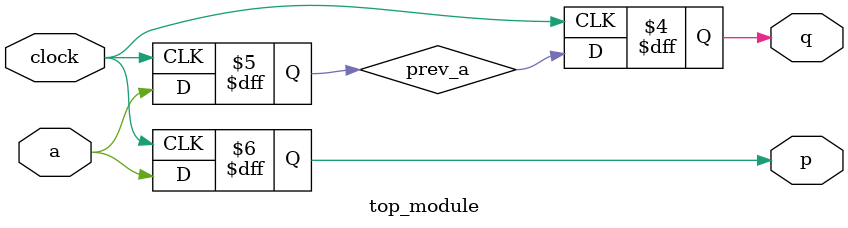
<source format=sv>
module top_module (
    input clock,
    input a,
    output reg p,
    output reg q
);

    reg prev_a; // Register to store previous value of a

    always @(posedge clock) begin
        if (clock) begin
            p <= a;
        end
        else begin
            p <= p;
        end
        // Update q based on previous value of a and current p
    end

    always @(negedge clock) begin
        if (!clock) begin
            q <= prev_a;
        end
        else begin
            q <= q;
        end
        prev_a <= a; // Update prev_a at every negedge of clock
    end
endmodule

</source>
